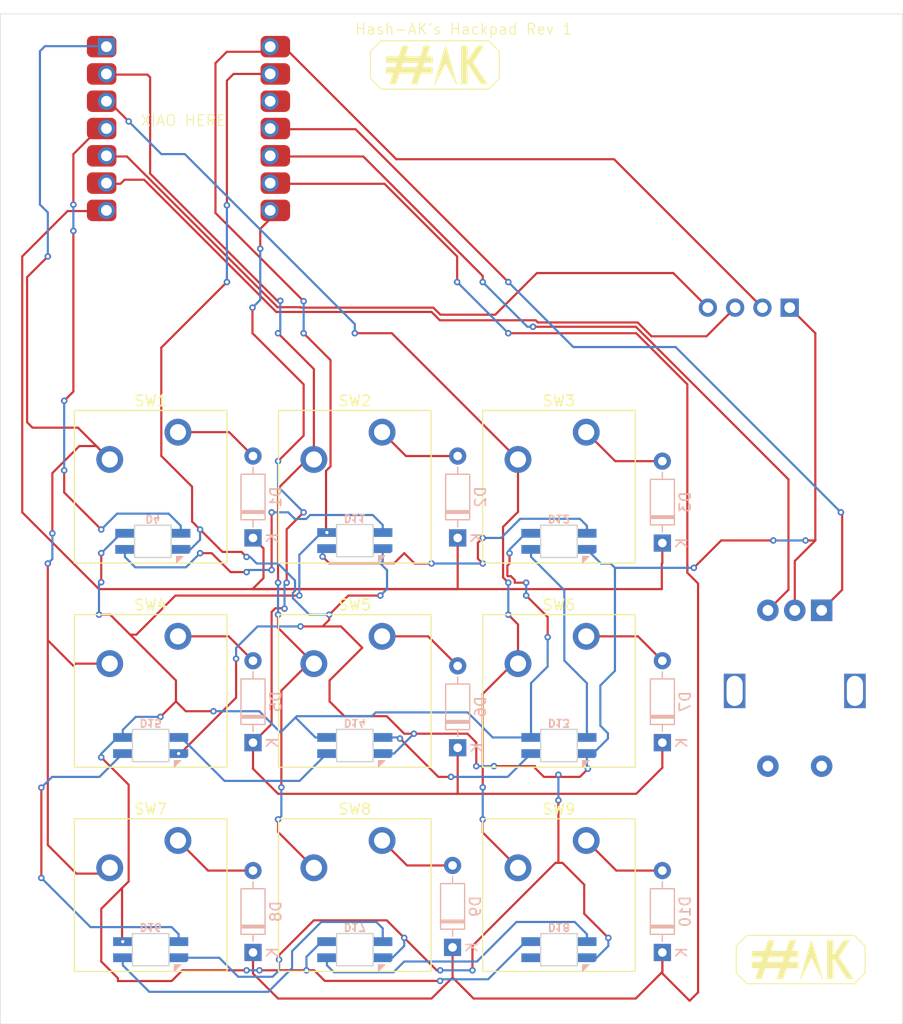
<source format=kicad_pcb>
(kicad_pcb (version 20241229) (generator "pcbnew") (generator_version "9.0")
  (layers (0 "F.Cu" signal) (2 "B.Cu" signal) (13 "F.Paste" user) (15 "B.Paste" user) (5 "F.SilkS" user "F.Silkscreen") (7 "B.SilkS" user "B.Silkscreen") (1 "F.Mask" user) (3 "B.Mask" user) (25 "Edge.Cuts" user))
  (net 0 "")
  (net 1 "GND")
  (net 2 "Row 0")
  (net 3 "Net-(D1-A)")
  (net 4 "Net-(D2-A)")
  (net 5 "Net-(D3-A)")
  (net 6 "Net-(D5-A)")
  (net 7 "Row 1")
  (net 8 "Net-(D6-A)")
  (net 9 "Net-(D7-A)")
  (net 10 "Row 2")
  (net 11 "Net-(D8-A)")
  (net 12 "Net-(D9-A)")
  (net 13 "Net-(D10-A)")
  (net 15 "SDA OLED")
  (net 16 "SCL OLED")
  (net 17 "Column 0")
  (net 18 "Column 1")
  (net 19 "Column 2")
  (net 20 "+5V")
  (net 21 "ENC11 A")
  (net 23 "ENC11 B")
  (net 25 "Net-(D11-DIN)")
  (net 26 "RGB")
  (net 27 "Net-(D11-DOUT)")
  (net 28 "Net-(D12-DOUT)")
  (net 29 "Net-(D13-DOUT)")
  (net 30 "Net-(D14-DOUT)")
  (net 31 "Net-(D15-DOUT)")
  (net 32 "Net-(D16-DOUT)")
  (net 33 "Net-(D17-DOUT)")
  (footprint "ScottoKeebs_MX:MX_PCB_1.00u" (layer "F.Cu") (at 49.06375 95.2375)
    (property "Reference" "SW2")
    (property "Value" "SW_Push")
  )
  (footprint "ScottoKeebs_MX:MX_PCB_1.00u" (layer "F.Cu") (at 30.06375 95.2375)
    (property "Reference" "SW1")
    (property "Value" "SW_Push")
  )
  (footprint "ScottoKeebs_MX:MX_PCB_1.00u" (layer "F.Cu") (at 68.06375 114.2375)
    (property "Reference" "SW6")
    (property "Value" "SW_Push")
  )
  (footprint "ScottoKeebs_MX:MX_PCB_1.00u" (layer "F.Cu") (at 30.06375 133.2375)
    (property "Reference" "SW7")
    (property "Value" "SW_Push")
  )
  (footprint "ScottoKeebs_MX:MX_PCB_1.00u" (layer "F.Cu") (at 49.06375 133.2375)
    (property "Reference" "SW8")
    (property "Value" "SW_Push")
  )
  (footprint "ScottoKeebs_MX:MX_PCB_1.00u" (layer "F.Cu") (at 30.06375 114.2375)
    (property "Reference" "SW4")
    (property "Value" "SW_Push")
  )
  (footprint "ScottoKeebs_MCU:Seeed_XIAO_RP2040" (layer "F.Cu") (at 33.565 61.9)
    (property "Reference" "U2" (hide yes))
    (property "Value" "XIAO-RP2040-DIP")
  )
  (footprint "ScottoKeebs_Components:OLED_128x64" (layer "F.Cu") (at 85.735 78.56875 180)
    (property "Reference" "J1" (hide yes))
    (property "Value" "OLED_128x64")
  )
  (footprint "ScottoKeebs_Scotto:Encoder_EC11_MX" (layer "F.Cu") (at 90.01375 114.2375 -90)
    (property "Reference" "SW10" (hide yes))
    (property "Value" "RotaryEncoder_Switch" (hide yes))
  )
  (footprint "ScottoKeebs_MX:MX_PCB_1.00u" (layer "F.Cu") (at 49.06375 114.2375)
    (property "Reference" "SW5")
    (property "Value" "SW_Push")
  )
  (footprint "ScottoKeebs_MX:MX_PCB_1.00u" (layer "F.Cu") (at 68.06375 133.2375)
    (property "Reference" "SW9")
    (property "Value" "SW_Push")
  )
  (footprint "ScottoKeebs_MX:MX_PCB_1.00u" (layer "F.Cu") (at 68.06375 95.2375)
    (property "Reference" "SW3")
    (property "Value" "SW_Push")
  )
  (footprint "PCB-third_party_neopixel:SK6812MINI-E" (layer "B.Cu") (at 49.06375 138.3175)
    (property "Reference" "D17")
    (property "Value" "SK6812MINI" (hide yes))
    (fp_line (start -1.7 -1.5) (end -1.7 1.5) (stroke (width 0.12)) (layer "Edge.Cuts"))
    (fp_line (start -1.7 1.5) (end 1.7 1.5) (stroke (width 0.12)) (layer "Edge.Cuts"))
    (fp_line (start 1.7 -1.5) (end -1.7 -1.5) (stroke (width 0.12)) (layer "Edge.Cuts"))
    (fp_line (start 1.7 1.5) (end 1.7 -1.5) (stroke (width 0.12)) (layer "Edge.Cuts"))
  )
  (footprint "PCB-third_party_neopixel:SK6812MINI-E" (layer "B.Cu") (at 30.26375 100.3175)
    (property "Reference" "D4")
    (property "Value" "SK6812MINI" (hide yes))
    (fp_line (start -1.7 -1.5) (end -1.7 1.5) (stroke (width 0.12)) (layer "Edge.Cuts"))
    (fp_line (start -1.7 1.5) (end 1.7 1.5) (stroke (width 0.12)) (layer "Edge.Cuts"))
    (fp_line (start 1.7 -1.5) (end -1.7 -1.5) (stroke (width 0.12)) (layer "Edge.Cuts"))
    (fp_line (start 1.7 1.5) (end 1.7 -1.5) (stroke (width 0.12)) (layer "Edge.Cuts"))
  )
  (footprint "PCB-third_party_neopixel:SK6812MINI-E" (layer "B.Cu") (at 68.06375 119.3175)
    (property "Reference" "D13")
    (property "Value" "SK6812MINI" (hide yes))
    (fp_line (start -1.7 -1.5) (end -1.7 1.5) (stroke (width 0.12)) (layer "Edge.Cuts"))
    (fp_line (start -1.7 1.5) (end 1.7 1.5) (stroke (width 0.12)) (layer "Edge.Cuts"))
    (fp_line (start 1.7 -1.5) (end -1.7 -1.5) (stroke (width 0.12)) (layer "Edge.Cuts"))
    (fp_line (start 1.7 1.5) (end 1.7 -1.5) (stroke (width 0.12)) (layer "Edge.Cuts"))
  )
  (footprint "PCB-third_party_neopixel:SK6812MINI-E" (layer "B.Cu") (at 30.06375 138.3175)
    (property "Reference" "D16")
    (property "Value" "SK6812MINI" (hide yes))
    (fp_line (start -1.7 -1.5) (end -1.7 1.5) (stroke (width 0.12)) (layer "Edge.Cuts"))
    (fp_line (start -1.7 1.5) (end 1.7 1.5) (stroke (width 0.12)) (layer "Edge.Cuts"))
    (fp_line (start 1.7 -1.5) (end -1.7 -1.5) (stroke (width 0.12)) (layer "Edge.Cuts"))
    (fp_line (start 1.7 1.5) (end 1.7 -1.5) (stroke (width 0.12)) (layer "Edge.Cuts"))
  )
  (footprint "Diode_THT:D_DO-35_SOD27_P7.62mm_Horizontal" (layer "B.Cu") (at 77.68875 138.57625 90)
    (property "Reference" "D10")
    (property "Value" "1N4148")
  )
  (footprint "Diode_THT:D_DO-35_SOD27_P7.62mm_Horizontal" (layer "B.Cu") (at 58.63875 100 90)
    (property "Reference" "D2")
    (property "Value" "1N4148")
  )
  (footprint "PCB-third_party_neopixel:SK6812MINI-E" (layer "B.Cu") (at 30.06375 119.3175)
    (property "Reference" "D15")
    (property "Value" "SK6812MINI" (hide yes))
    (fp_line (start -1.7 -1.5) (end -1.7 1.5) (stroke (width 0.12)) (layer "Edge.Cuts"))
    (fp_line (start -1.7 1.5) (end 1.7 1.5) (stroke (width 0.12)) (layer "Edge.Cuts"))
    (fp_line (start 1.7 -1.5) (end -1.7 -1.5) (stroke (width 0.12)) (layer "Edge.Cuts"))
    (fp_line (start 1.7 1.5) (end 1.7 -1.5) (stroke (width 0.12)) (layer "Edge.Cuts"))
  )
  (footprint "PCB-third_party_neopixel:SK6812MINI-E" (layer "B.Cu") (at 49.06375 119.3175)
    (property "Reference" "D14")
    (property "Value" "SK6812MINI" (hide yes))
    (fp_line (start -1.7 -1.5) (end -1.7 1.5) (stroke (width 0.12)) (layer "Edge.Cuts"))
    (fp_line (start -1.7 1.5) (end 1.7 1.5) (stroke (width 0.12)) (layer "Edge.Cuts"))
    (fp_line (start 1.7 -1.5) (end -1.7 -1.5) (stroke (width 0.12)) (layer "Edge.Cuts"))
    (fp_line (start 1.7 1.5) (end 1.7 -1.5) (stroke (width 0.12)) (layer "Edge.Cuts"))
  )
  (footprint "PCB-third_party_neopixel:SK6812MINI-E" (layer "B.Cu") (at 68.06375 138.3175)
    (property "Reference" "D18")
    (property "Value" "SK6812MINI" (hide yes))
    (fp_line (start -1.7 -1.5) (end -1.7 1.5) (stroke (width 0.12)) (layer "Edge.Cuts"))
    (fp_line (start -1.7 1.5) (end 1.7 1.5) (stroke (width 0.12)) (layer "Edge.Cuts"))
    (fp_line (start 1.7 -1.5) (end -1.7 -1.5) (stroke (width 0.12)) (layer "Edge.Cuts"))
    (fp_line (start 1.7 1.5) (end 1.7 -1.5) (stroke (width 0.12)) (layer "Edge.Cuts"))
  )
  (footprint "Diode_THT:D_DO-35_SOD27_P7.62mm_Horizontal" (layer "B.Cu") (at 58.1625 138.1 90)
    (property "Reference" "D9")
    (property "Value" "1N4148")
  )
  (footprint "PCB-third_party_neopixel:SK6812MINI-E" (layer "B.Cu") (at 49.06375 100.2475)
    (property "Reference" "D11")
    (property "Value" "SK6812MINI" (hide yes))
    (fp_line (start -1.7 -1.5) (end -1.7 1.5) (stroke (width 0.12)) (layer "Edge.Cuts"))
    (fp_line (start -1.7 1.5) (end 1.7 1.5) (stroke (width 0.12)) (layer "Edge.Cuts"))
    (fp_line (start 1.7 -1.5) (end -1.7 -1.5) (stroke (width 0.12)) (layer "Edge.Cuts"))
    (fp_line (start 1.7 1.5) (end 1.7 -1.5) (stroke (width 0.12)) (layer "Edge.Cuts"))
  )
  (footprint "Diode_THT:D_DO-35_SOD27_P7.62mm_Horizontal" (layer "B.Cu") (at 58.63875 119.52625 90)
    (property "Reference" "D6")
    (property "Value" "1N4148")
  )
  (footprint "Diode_THT:D_DO-35_SOD27_P7.62mm_Horizontal" (layer "B.Cu") (at 39.58875 119.05 90)
    (property "Reference" "D5")
    (property "Value" "1N4148")
  )
  (footprint "Diode_THT:D_DO-35_SOD27_P7.62mm_Horizontal" (layer "B.Cu") (at 77.68875 119.05 90)
    (property "Reference" "D7")
    (property "Value" "1N4148")
  )
  (footprint "Diode_THT:D_DO-35_SOD27_P7.62mm_Horizontal" (layer "B.Cu") (at 77.68875 100.47625 90)
    (property "Reference" "D3")
    (property "Value" "1N4148")
  )
  (footprint "Diode_THT:D_DO-35_SOD27_P7.62mm_Horizontal" (layer "B.Cu") (at 39.58875 100 90)
    (property "Reference" "D1")
    (property "Value" "1N4148")
  )
  (footprint "PCB-third_party_neopixel:SK6812MINI-E" (layer "B.Cu") (at 68.06375 100.3175)
    (property "Reference" "D12")
    (property "Value" "SK6812MINI" (hide yes))
    (fp_line (start -1.7 -1.5) (end -1.7 1.5) (stroke (width 0.12)) (layer "Edge.Cuts"))
    (fp_line (start -1.7 1.5) (end 1.7 1.5) (stroke (width 0.12)) (layer "Edge.Cuts"))
    (fp_line (start 1.7 -1.5) (end -1.7 -1.5) (stroke (width 0.12)) (layer "Edge.Cuts"))
    (fp_line (start 1.7 1.5) (end 1.7 -1.5) (stroke (width 0.12)) (layer "Edge.Cuts"))
  )
  (footprint "Diode_THT:D_DO-35_SOD27_P7.62mm_Horizontal" (layer "B.Cu") (at 39.58875 138.57625 90)
    (property "Reference" "D8")
    (property "Value" "1N4148")
  )
  (gr_poly (pts (xy 90.31375 139.4875) (xy 90.31375 139.9875) (xy 86.06375 139.9875) (xy 86.06375 139.4875)) (stroke (width 0.1)) (fill yes) (layer "F.SilkS"))
  (gr_poly (pts (xy 86.897083 140.9875) (xy 88.06375 137.4875) (xy 87.56375 137.4875) (xy 86.397083 140.9875)) (stroke (width 0.1)) (fill yes) (layer "F.SilkS"))
  (gr_line (start 61.51375 53.7375) (end 62.51375 54.7375) (stroke (width 0.1)) (layer "F.SilkS"))
  (gr_poly (pts (xy 52.847083 57.7375) (xy 54.01375 54.2375) (xy 53.51375 54.2375) (xy 52.347083 57.7375)) (stroke (width 0.1)) (fill yes) (layer "F.SilkS"))
  (gr_line (start 51.51375 53.7375) (end 61.51375 53.7375) (stroke (width 0.1)) (layer "F.SilkS"))
  (gr_line (start 84.56375 137.9875) (end 85.56375 136.9875) (stroke (width 0.1)) (layer "F.SilkS"))
  (gr_poly (pts (xy 90.56375 140.9875) (xy 91.56375 138.9875) (xy 92.56375 140.9875) (xy 91.56375 137.4875)) (stroke (width 0.1)) (fill yes) (layer "F.SilkS"))
  (gr_line (start 61.51375 58.2375) (end 51.51375 58.2375) (stroke (width 0.1)) (layer "F.SilkS"))
  (gr_poly (pts (xy 59.51375 55.7375) (xy 60.51375 54.2375) (xy 61.01375 54.2375) (xy 60.01375 55.7375) (xy 61.347083 57.7375) (xy 60.847083 57.7375)) (stroke (width 0.1)) (fill yes) (layer "F.SilkS"))
  (gr_line (start 50.51375 54.7375) (end 51.51375 53.7375) (stroke (width 0.1)) (layer "F.SilkS"))
  (gr_poly (pts (xy 93.06375 137.4875) (xy 93.06375 140.9875) (xy 93.56375 140.9875) (xy 93.56375 137.4875)) (stroke (width 0.1)) (fill yes) (layer "F.SilkS"))
  (gr_line (start 50.51375 57.2375) (end 50.51375 54.7375) (stroke (width 0.1)) (layer "F.SilkS"))
  (gr_line (start 84.56375 140.4875) (end 84.56375 137.9875) (stroke (width 0.1)) (layer "F.SilkS"))
  (gr_poly (pts (xy 59.01375 54.2375) (xy 59.01375 57.7375) (xy 59.51375 57.7375) (xy 59.51375 54.2375)) (stroke (width 0.1)) (fill yes) (layer "F.SilkS"))
  (gr_line (start 62.51375 57.2375) (end 61.51375 58.2375) (stroke (width 0.1)) (layer "F.SilkS"))
  (gr_poly (pts (xy 54.847083 57.7375) (xy 56.01375 54.2375) (xy 55.51375 54.2375) (xy 54.347083 57.7375)) (stroke (width 0.1)) (fill yes) (layer "F.SilkS"))
  (gr_line (start 96.56375 140.4875) (end 95.56375 141.4875) (stroke (width 0.1)) (layer "F.SilkS"))
  (gr_line (start 62.51375 54.7375) (end 62.51375 57.2375) (stroke (width 0.1)) (layer "F.SilkS"))
  (gr_line (start 85.56375 136.9875) (end 95.56375 136.9875) (stroke (width 0.1)) (layer "F.SilkS"))
  (gr_poly (pts (xy 86.06375 138.4875) (xy 90.31375 138.4875) (xy 90.31375 138.9875) (xy 86.06375 138.9875)) (stroke (width 0.1)) (fill yes) (layer "F.SilkS"))
  (gr_poly (pts (xy 56.26375 56.2375) (xy 56.26375 56.7375) (xy 52.01375 56.7375) (xy 52.01375 56.2375)) (stroke (width 0.1)) (fill yes) (layer "F.SilkS"))
  (gr_line (start 95.56375 136.9875) (end 96.56375 137.9875) (stroke (width 0.1)) (layer "F.SilkS"))
  (gr_poly (pts (xy 56.51375 57.7375) (xy 57.51375 55.7375) (xy 58.51375 57.7375) (xy 57.51375 54.2375)) (stroke (width 0.1)) (fill yes) (layer "F.SilkS"))
  (gr_poly (pts (xy 93.56375 138.9875) (xy 94.56375 137.4875) (xy 95.06375 137.4875) (xy 94.06375 138.9875) (xy 95.397083 140.9875) (xy 94.897083 140.9875)) (stroke (width 0.1)) (fill yes) (layer "F.SilkS"))
  (gr_poly (pts (xy 88.897083 140.9875) (xy 90.06375 137.4875) (xy 89.56375 137.4875) (xy 88.397083 140.9875)) (stroke (width 0.1)) (fill yes) (layer "F.SilkS"))
  (gr_line (start 51.51375 58.2375) (end 50.51375 57.2375) (stroke (width 0.1)) (layer "F.SilkS"))
  (gr_line (start 95.56375 141.4875) (end 85.56375 141.4875) (stroke (width 0.1)) (layer "F.SilkS"))
  (gr_poly (pts (xy 52.01375 55.2375) (xy 56.26375 55.2375) (xy 56.26375 55.7375) (xy 52.01375 55.7375)) (stroke (width 0.1)) (fill yes) (layer "F.SilkS"))
  (gr_line (start 96.56375 137.9875) (end 96.56375 140.4875) (stroke (width 0.1)) (layer "F.SilkS"))
  (gr_line (start 85.56375 141.4875) (end 84.56375 140.4875) (stroke (width 0.1)) (layer "F.SilkS"))
  (gr_rect (start 16.06375 51.2375) (end 100.06375 145.2375) (stroke (width 0.05)) (fill no) (layer "Edge.Cuts"))
  (gr_text "XIAO HERE" (at 29.06375 61.7375 0) (layer "F.SilkS") (effects (font (size 1 1) (thickness 0.1)) (justify left bottom)))
  (gr_text "Hash-AK's Hackpad Rev 1" (at 49.01375 53.2375 0) (layer "F.SilkS") (effects (font (size 1 1) (thickness 0.1)) (justify left bottom)))
  (segment (start 38.520001 101.300002) (end 36.746252 101.300002) (width 0.2) (layer "F.Cu") (net 1))
  (segment (start 31.05275 92.3725) (end 33.91775 95.2375) (width 0.2) (layer "F.Cu") (net 1))
  (segment (start 70.41475 133.2375) (end 70.41475 132.263684) (width 0.2) (layer "F.Cu") (net 1))
  (segment (start 65.838976 121.412274) (end 66.664202 122.2375) (width 0.2) (layer "F.Cu") (net 1))
  (segment (start 46.6825 108.2375) (end 47.77625 108.2375) (width 0.2) (layer "F.Cu") (net 1))
  (segment (start 32.81375 120.0675) (end 32.66375 120.0675) (width 0.2) (layer "F.Cu") (net 1))
  (segment (start 47.77625 108.2375) (end 49.757592 110.218842) (width 0.2) (layer "F.Cu") (net 1))
  (segment (start 45.242807 135.5885) (end 52.03475 135.5885) (width 0.2) (layer "F.Cu") (net 1))
  (segment (start 70.41475 132.263684) (end 68.388566 130.2375) (width 0.2) (layer "F.Cu") (net 1))
  (segment (start 68.01375 130.2375) (end 67.738934 130.2375) (width 0.2) (layer "F.Cu") (net 1))
  (segment (start 59.549 118.2175) (end 60.37 119.0385) (width 0.2) (layer "F.Cu") (net 1))
  (segment (start 83.16475 100.2375) (end 80.62 102.78225) (width 0.2) (layer "F.Cu") (net 1))
  (segment (start 53.66375 118.2175) (end 54.56375 118.2175) (width 0.2) (layer "F.Cu") (net 1))
  (segment (start 70.41475 134.9685) (end 70.41475 133.2375) (width 0.2) (layer "F.Cu") (net 1))
  (segment (start 72.66375 137.2175) (end 70.41475 134.9685) (width 0.2) (layer "F.Cu") (net 1))
  (segment (start 57.01375 140.2375) (end 56.68375 140.2375) (width 0.2) (layer "F.Cu") (net 1))
  (segment (start 42.01375 139.2375) (end 42.01375 138.817557) (width 0.2) (layer "F.Cu") (net 1))
  (segment (start 68.01375 130.2375) (end 68.01375 124.4125) (width 0.2) (layer "F.Cu") (net 1))
  (segment (start 54.56375 118.2175) (end 59.549 118.2175) (width 0.2) (layer "F.Cu") (net 1))
  (segment (start 90.01375 102.15) (end 91.92625 100.2375) (width 0.2) (layer "F.Cu") (net 1))
  (segment (start 38.01375 114.8675) (end 38.01375 111.2375) (width 0.2) (layer "F.Cu") (net 1))
  (segment (start 37.1575 57.44375) (end 37.78125 56.82) (width 0.2) (layer "F.Cu") (net 1))
  (segment (start 38.98875 101.768751) (end 38.520001 101.300002) (width 0.2) (layer "F.Cu") (net 1))
  (segment (start 48.46375 105.3625) (end 51.445 105.3625) (width 0.2) (layer "F.Cu") (net 1))
  (segment (start 33.91775 95.2375) (end 33.91775 98.4715) (width 0.2) (layer "F.Cu") (net 1))
  (segment (start 37.1575 69.04375) (end 37.1575 57.44375) (width 0.2) (layer "F.Cu") (net 1))
  (segment (start 46.6825 107.14375) (end 48.46375 105.3625) (width 0.2) (layer "F.Cu") (net 1))
  (segment (start 48.089934 116.5885) (end 52.03475 116.5885) (width 0.2) (layer "F.Cu") (net 1))
  (segment (start 88.01375 100.2375) (end 83.16475 100.2375) (width 0.2) (layer "F.Cu") (net 1))
  (segment (start 52.03475 135.5885) (end 53.66375 137.2175) (width 0.2) (layer "F.Cu") (net 1))
  (segment (start 91.92625 100.2375) (end 91.01375 100.2375) (width 0.2) (layer "F.Cu") (net 1))
  (segment (start 60.01375 137.962684) (end 60.01375 140.2375) (width 0.2) (layer "F.Cu") (net 1))
  (segment (start 62.01375 121.2375) (end 65.838976 121.2375) (width 0.2) (layer "F.Cu") (net 1))
  (segment (start 37.78125 56.82) (end 41.185 56.82) (width 0.2) (layer "F.Cu") (net 1))
  (segment (start 36.746252 101.300002) (end 34.66375 99.2175) (width 0.2) (layer "F.Cu") (net 1))
  (segment (start 52.03475 116.5885) (end 53.66375 118.2175) (width 0.2) (layer "F.Cu") (net 1))
  (segment (start 31.05275 82.29225) (end 31.05275 92.3725) (width 0.2) (layer "F.Cu") (net 1))
  (segment (start 44.01375 108.2375) (end 46.6825 108.2375) (width 0.2) (layer "F.Cu") (net 1))
  (segment (start 46.6825 107.61875) (end 46.06375 108.2375) (width 0.2) (layer "F.Cu") (net 1))
  (segment (start 38.01375 114.8675) (end 32.81375 120.0675) (width 0.2) (layer "F.Cu") (net 1))
  (segment (start 66.664202 122.2375) (end 70.01375 122.2375) (width 0.2) (layer "F.Cu") (net 1))
  (segment (start 68.388566 130.2375) (end 68.01375 130.2375) (width 0.2) (layer "F.Cu") (net 1))
  (segment (start 91.92625 100.2375) (end 91.92625 80.95) (width 0.2) (layer "F.Cu") (net 1))
  (segment (start 60.37 119.0385) (end 60.37 121.2375) (width 0.2) (layer "F.Cu") (net 1))
  (segment (start 65.838976 121.2375) (end 65.838976 121.412274) (width 0.2) (layer "F.Cu") (net 1))
  (segment (start 33.91775 98.4715) (end 34.66375 99.2175) (width 0.2) (layer "F.Cu") (net 1))
  (segment (start 46.71275 113.263684) (end 46.71275 115.211316) (width 0.2) (layer "F.Cu") (net 1))
  (segment (start 49.757592 110.218842) (end 46.71275 113.263684) (width 0.2) (layer "F.Cu") (net 1))
  (segment (start 70.01375 122.2375) (end 70.76375 121.4875) (width 0.2) (layer "F.Cu") (net 1))
  (segment (start 37.1575 76.1875) (end 31.05275 82.29225) (width 0.2) (layer "F.Cu") (net 1))
  (segment (start 42.01375 138.817557) (end 45.242807 135.5885) (width 0.2) (layer "F.Cu") (net 1))
  (segment (start 91.92625 80.95) (end 89.545 78.56875) (width 0.2) (layer "F.Cu") (net 1))
  (segment (start 46.6825 107.14375) (end 46.6825 107.61875) (width 0.2) (layer "F.Cu") (net 1))
  (segment (start 46.71275 115.211316) (end 48.089934 116.5885) (width 0.2) (layer "F.Cu") (net 1))
  (segment (start 56.68375 140.2375) (end 53.66375 137.2175) (width 0.2) (layer "F.Cu") (net 1))
  (segment (start 67.738934 130.2375) (end 60.01375 137.962684) (width 0.2) (layer "F.Cu") (net 1))
  (segment (start 90.01375 106.7375) (end 90.01375 102.15) (width 0.2) (layer "F.Cu") (net 1))
  (via (at 46.6825 107.14375) (size 0.6) (drill 0.3) (layers "F.Cu" "B.Cu") (net 1))
  (via (at 72.66375 137.2175) (size 0.6) (drill 0.3) (layers "F.Cu" "B.Cu") (net 1))
  (via (at 51.445 105.3625) (size 0.6) (drill 0.3) (layers "F.Cu" "B.Cu") (net 1))
  (via (at 91.01375 100.2375) (size 0.6) (drill 0.3) (layers "F.Cu" "B.Cu") (net 1))
  (via (at 88.01375 100.2375) (size 0.6) (drill 0.3) (layers "F.Cu" "B.Cu") (net 1))
  (via (at 42.01375 139.2375) (size 0.6) (drill 0.3) (layers "F.Cu" "B.Cu") (net 1))
  (via (at 60.01375 140.2375) (size 0.6) (drill 0.3) (layers "F.Cu" "B.Cu") (net 1))
  (via (at 37.1575 76.1875) (size 0.6) (drill 0.3) (layers "F.Cu" "B.Cu") (net 1))
  (via (at 68.01375 124.4125) (size 0.6) (drill 0.3) (layers "F.Cu" "B.Cu") (net 1))
  (via (at 38.01375 111.2375) (size 0.6) (drill 0.3) (layers "F.Cu" "B.Cu") (net 1))
  (via (at 34.66375 99.2175) (size 0.6) (drill 0.3) (layers "F.Cu" "B.Cu") (net 1))
  (via (at 38.98875 101.768751) (size 0.6) (drill 0.3) (layers "F.Cu" "B.Cu") (net 1))
  (via (at 68.01375 122.0385) (size 0.6) (drill 0.3) (layers "F.Cu" "B.Cu") (net 1))
  (via (at 57.01375 140.2375) (size 0.6) (drill 0.3) (layers "F.Cu" "B.Cu") (net 1))
  (via (at 53.66375 137.2175) (size 0.6) (drill 0.3) (layers "F.Cu" "B.Cu") (net 1))
  (via (at 70.754485 121.478235) (size 0.6) (drill 0.3) (layers "F.Cu" "B.Cu") (net 1))
  (via (at 54.56375 118.2175) (size 0.6) (drill 0.3) (layers "F.Cu" "B.Cu") (net 1))
  (via (at 80.62 102.78225) (size 0.6) (drill 0.3) (layers "F.Cu" "B.Cu") (net 1))
  (via (at 32.66375 120.0675) (size 0.6) (drill 0.3) (layers "F.Cu" "B.Cu") (net 1))
  (via (at 37.1575 69.04375) (size 0.6) (drill 0.3) (layers "F.Cu" "B.Cu") (net 1))
  (via (at 60.37 121.2375) (size 0.6) (drill 0.3) (layers "F.Cu" "B.Cu") (net 1))
  (via (at 62.01375 121.2375) (size 0.6) (drill 0.3) (layers "F.Cu" "B.Cu") (net 1))
  (via (at 44.01375 108.2375) (size 0.6) (drill 0.3) (layers "F.Cu" "B.Cu") (net 1))
  (segment (start 43.49925 104.913557) (end 43.29925 105.113557) (width 0.2) (layer "B.Cu") (net 1))
  (segment (start 71.91775 117.4715) (end 72.62375 118.1775) (width 0.2) (layer "B.Cu") (net 1))
  (segment (start 38.21475 140.8385) (end 41.41275 140.8385) (width 0.2) (layer "B.Cu") (net 1))
  (segment (start 71.23375 120.0675) (end 70.66375 120.0675) (width 0.2) (layer "B.Cu") (net 1))
  (segment (start 41.41275 140.8385) (end 42.01375 140.2375) (width 0.2) (layer "B.Cu") (net 1))
  (segment (start 39.317938 101.768751) (end 39.930437 102.38125) (width 0.2) (layer "B.Cu") (net 1))
  (segment (start 71.56375 139.0675) (end 72.66375 137.9675) (width 0.2) (layer "B.Cu") (net 1))
  (segment (start 73.27725 112.370174) (end 71.91775 113.729674) (width 0.2) (layer "B.Cu") (net 1))
  (segment (start 73.27725 102.78225) (end 73.27725 112.370174) (width 0.2) (layer "B.Cu") (net 1))
  (segment (start 72.62375 118.1775) (end 72.62375 118.6775) (width 0.2) (layer "B.Cu") (net 1))
  (segment (start 51.66375 102.1625) (end 51.445 102.38125) (width 0.2) (layer "B.Cu") (net 1))
  (segment (start 38.01375 111.2375) (end 38.01375 110.2375) (width 0.2) (layer "B.Cu") (net 1))
  (segment (start 51.445 105.3625) (end 52.06375 104.74375) (width 0.2) (layer "B.Cu") (net 1))
  (segment (start 73.27725 102.78225) (end 72.87625 102.38125) (width 0.2) (layer "B.Cu") (net 1))
  (segment (start 32.86375 101.0675) (end 33.76375 101.0675) (width 0.2) (layer "B.Cu") (net 1))
  (segment (start 51.66375 100.9975) (end 51.66375 102.1625) (width 0.2) (layer "B.Cu") (net 1))
  (segment (start 33.76375 101.0675) (end 34.66375 100.1675) (width 0.2) (layer "B.Cu") (net 1))
  (segment (start 41.92 102.38125) (end 43.49925 103.9605) (width 0.2) (layer "B.Cu") (net 1))
  (segment (start 60.01375 140.2375) (end 57.01375 140.2375) (width 0.2) (layer "B.Cu") (net 1))
  (segment (start 60.37 121.2375) (end 62.01375 121.2375) (width 0.2) (layer "B.Cu") (net 1))
  (segment (start 51.66375 120.0675) (end 52.71375 120.0675) (width 0.2) (layer "B.Cu") (net 1))
  (segment (start 52.06375 103) (end 51.445 102.38125) (width 0.2) (layer "B.Cu") (net 1))
  (segment (start 53.66375 137.9675) (end 53.66375 137.2175) (width 0.2) (layer "B.Cu") (net 1))
  (segment (start 52.56375 139.0675) (end 53.66375 137.9675) (width 0.2) (layer "B.Cu") (net 1))
  (segment (start 40.01375 108.2375) (end 44.01375 108.2375) (width 0.2) (layer "B.Cu") (net 1))
  (segment (start 43.29925 105.611443) (end 44.831557 107.14375) (width 0.2) (layer "B.Cu") (net 1))
  (segment (start 72.62375 118.6775) (end 71.23375 120.0675) (width 0.2) (layer "B.Cu") (net 1))
  (segment (start 43.29925 105.113557) (end 43.29925 105.611443) (width 0.2) (layer "B.Cu") (net 1))
  (segment (start 91.01375 100.2375) (end 88.01375 100.2375) (width 0.2) (layer "B.Cu") (net 1))
  (segment (start 38.01375 110.2375) (end 40.01375 108.2375) (width 0.2) (layer "B.Cu") (net 1))
  (segment (start 44.831557 107.14375) (end 46.6825 107.14375) (width 0.2) (layer "B.Cu") (net 1))
  (segment (start 32.66375 139.0675) (end 36.44375 139.0675) (width 0.2) (layer "B.Cu") (net 1))
  (segment (start 70.66375 120.0675) (end 70.66375 121.3875) (width 0.2) (layer "B.Cu") (net 1))
  (segment (start 72.87625 102.38125) (end 71.9775 102.38125) (width 0.2) (layer "B.Cu") (net 1))
  (segment (start 43.49925 103.9605) (end 43.49925 104.913557) (width 0.2) (layer "B.Cu") (net 1))
  (segment (start 37.1575 69.04375) (end 37.1575 76.1875) (width 0.2) (layer "B.Cu") (net 1))
  (segment (start 68.01375 124.4125) (end 68.01375 122.0385) (width 0.2) (layer "B.Cu") (net 1))
  (segment (start 42.01375 140.2375) (end 42.01375 139.2375) (width 0.2) (layer "B.Cu") (net 1))
  (segment (start 52.06375 104.74375) (end 52.06375 103) (width 0.2) (layer "B.Cu") (net 1))
  (segment (start 38.98875 101.768751) (end 39.317938 101.768751) (width 0.2) (layer "B.Cu") (net 1))
  (segment (start 70.66375 139.0675) (end 71.56375 139.0675) (width 0.2) (layer "B.Cu") (net 1))
  (segment (start 36.44375 139.0675) (end 38.21475 140.8385) (width 0.2) (layer "B.Cu") (net 1))
  (segment (start 71.9775 102.38125) (end 70.66375 101.0675) (width 0.2) (layer "B.Cu") (net 1))
  (segment (start 39.930437 102.38125) (end 41.92 102.38125) (width 0.2) (layer "B.Cu") (net 1))
  (segment (start 72.66375 137.9675) (end 72.66375 137.2175) (width 0.2) (layer "B.Cu") (net 1))
  (segment (start 80.62 102.78225) (end 73.27725 102.78225) (width 0.2) (layer "B.Cu") (net 1))
  (segment (start 34.66375 100.1675) (end 34.66375 99.2175) (width 0.2) (layer "B.Cu") (net 1))
  (segment (start 52.71375 120.0675) (end 54.56375 118.2175) (width 0.2) (layer "B.Cu") (net 1))
  (segment (start 71.91775 113.729674) (end 71.91775 117.4715) (width 0.2) (layer "B.Cu") (net 1))
  (segment (start 51.66375 139.0675) (end 52.56375 139.0675) (width 0.2) (layer "B.Cu") (net 1))
  (segment (start 70.66375 121.3875) (end 70.754485 121.478235) (width 0.2) (layer "B.Cu") (net 1))
  (segment (start 77.63875 104.7625) (end 77.63875 102.38125) (width 0.2) (layer "F.Cu") (net 2))
  (segment (start 22.33125 69.5825) (end 18.1075 73.80625) (width 0.2) (layer "F.Cu") (net 2))
  (segment (start 58.58875 104.7625) (end 39.53875 104.7625) (width 0.2) (layer "F.Cu") (net 2))
  (segment (start 58.63875 100) (end 58.63875 104.7125) (width 0.2) (layer "F.Cu") (net 2))
  (segment (start 39.53875 104.7625) (end 77.63875 104.7625) (width 0.2) (layer "F.Cu") (net 2))
  (segment (start 25.845 69.5825) (end 22.33125 69.5825) (width 0.2) (layer "F.Cu") (net 2))
  (segment (start 77.63875 102.38125) (end 77.68875 102.33125) (width 0.2) (layer "F.Cu") (net 2))
  (segment (start 18.1075 97.61875) (end 25.25125 104.7625) (width 0.2) (layer "F.Cu") (net 2))
  (segment (start 77.68875 102.33125) (end 77.68875 100.47625) (width 0.2) (layer "F.Cu") (net 2))
  (segment (start 39.58875 100) (end 40.56375 100.975) (width 0.2) (layer "F.Cu") (net 2))
  (segment (start 40.56375 103.7375) (end 39.53875 104.7625) (width 0.2) (layer "F.Cu") (net 2))
  (segment (start 25.25125 104.7625) (end 39.53875 104.7625) (width 0.2) (layer "F.Cu") (net 2))
  (segment (start 40.56375 100.975) (end 40.56375 103.7375) (width 0.2) (layer "F.Cu") (net 2))
  (segment (start 18.1075 73.80625) (end 18.1075 97.61875) (width 0.2) (layer "F.Cu") (net 2))
  (segment (start 58.63875 104.7125) (end 58.58875 104.7625) (width 0.2) (layer "F.Cu") (net 2))
  (segment (start 37.36625 90.1575) (end 39.58875 92.38) (width 0.2) (layer "F.Cu") (net 3))
  (segment (start 32.60375 90.1575) (end 37.36625 90.1575) (width 0.2) (layer "F.Cu") (net 3))
  (segment (start 51.60375 90.1575) (end 53.82625 92.38) (width 0.2) (layer "F.Cu") (net 4))
  (segment (start 53.82625 92.38) (end 58.63875 92.38) (width 0.2) (layer "F.Cu") (net 4))
  (segment (start 73.3025 92.85625) (end 77.68875 92.85625) (width 0.2) (layer "F.Cu") (net 5))
  (segment (start 70.60375 90.1575) (end 73.3025 92.85625) (width 0.2) (layer "F.Cu") (net 5))
  (segment (start 37.31625 109.1575) (end 39.58875 111.43) (width 0.2) (layer "F.Cu") (net 6))
  (segment (start 32.60375 109.1575) (end 37.31625 109.1575) (width 0.2) (layer "F.Cu") (net 6))
  (segment (start 41.671057 106.54275) (end 41.319 106.894807) (width 0.2) (layer "F.Cu") (net 7))
  (segment (start 42.52 106.578063) (end 42.484687 106.54275) (width 0.2) (layer "F.Cu") (net 7))
  (segment (start 58.63875 123.7625) (end 58.68875 123.8125) (width 0.2) (layer "F.Cu") (net 7))
  (segment (start 75.2575 123.8125) (end 77.68875 121.38125) (width 0.2) (layer "F.Cu") (net 7))
  (segment (start 39.53875 80.95) (end 44.30125 85.7125) (width 0.2) (layer "F.Cu") (net 7))
  (segment (start 58.58875 123.8125) (end 58.63875 123.7625) (width 0.2) (layer "F.Cu") (net 7))
  (segment (start 44.30125 97.61875) (end 42.720003 99.199997) (width 0.2) (layer "F.Cu") (net 7))
  (segment (start 77.68875 121.38125) (end 77.68875 119.05) (width 0.2) (layer "F.Cu") (net 7))
  (segment (start 44.30125 90.475) (end 41.92 92.85625) (width 0.2) (layer "F.Cu") (net 7))
  (segment (start 58.68875 123.8125) (end 75.2575 123.8125) (width 0.2) (layer "F.Cu") (net 7))
  (segment (start 41.92 69.5825) (end 40.263015 71.239485) (width 0.2) (layer "F.Cu") (net 7))
  (segment (start 40.263015 71.239485) (end 40.263015 73.081985) (width 0.2) (layer "F.Cu") (net 7))
  (segment (start 39.53875 78.56875) (end 39.53875 80.95) (width 0.2) (layer "F.Cu") (net 7))
  (segment (start 42.484687 106.54275) (end 41.671057 106.54275) (width 0.2) (layer "F.Cu") (net 7))
  (segment (start 58.63875 123.7625) (end 58.63875 119.52625) (width 0.2) (layer "F.Cu") (net 7))
  (segment (start 41.319 106.894807) (end 41.319 117.31975) (width 0.2) (layer "F.Cu") (net 7))
  (segment (start 44.30125 85.7125) (end 44.30125 90.475) (width 0.2) (layer "F.Cu") (net 7))
  (segment (start 39.58875 121.48125) (end 41.92 123.8125) (width 0.2) (layer "F.Cu") (net 7))
  (segment (start 42.720003 99.199997) (end 42.720003 104.1625) (width 0.2) (layer "F.Cu") (net 7))
  (segment (start 41.319 117.31975) (end 39.58875 119.05) (width 0.2) (layer "F.Cu") (net 7))
  (segment (start 41.92 123.8125) (end 58.58875 123.8125) (width 0.2) (layer "F.Cu") (net 7))
  (segment (start 39.58875 119.05) (end 39.58875 121.48125) (width 0.2) (layer "F.Cu") (net 7))
  (via (at 44.30125 97.61875) (size 0.6) (drill 0.3) (layers "F.Cu" "B.Cu") (net 7))
  (via (at 40.263015 73.081985) (size 0.6) (drill 0.3) (layers "F.Cu" "B.Cu") (net 7))
  (via (at 42.52 106.578063) (size 0.6) (drill 0.3) (layers "F.Cu" "B.Cu") (net 7))
  (via (at 42.720003 104.1625) (size 0.6) (drill 0.3) (layers "F.Cu" "B.Cu") (net 7))
  (via (at 41.92 92.85625) (size 0.6) (drill 0.3) (layers "F.Cu" "B.Cu") (net 7))
  (via (at 39.53875 78.56875) (size 0.6) (drill 0.3) (layers "F.Cu" "B.Cu") (net 7))
  (segment (start 41.92 92.85625) (end 41.92 95.2375) (width 0.2) (layer "B.Cu") (net 7))
  (segment (start 40.263015 77.844485) (end 39.53875 78.56875) (width 0.2) (layer "B.Cu") (net 7))
  (segment (start 42.720003 104.1625) (end 42.52 104.362503) (width 0.2) (layer "B.Cu") (net 7))
  (segment (start 40.263015 73.081985) (end 40.263015 77.844485) (width 0.2) (layer "B.Cu") (net 7))
  (segment (start 41.92 95.2375) (end 44.30125 97.61875) (width 0.2) (layer "B.Cu") (net 7))
  (segment (start 42.52 104.362503) (end 42.52 106.578063) (width 0.2) (layer "B.Cu") (net 7))
  (segment (start 55.89 109.1575) (end 58.63875 111.90625) (width 0.2) (layer "F.Cu") (net 8))
  (segment (start 51.60375 109.1575) (end 55.89 109.1575) (width 0.2) (layer "F.Cu") (net 8))
  (segment (start 75.41625 109.1575) (end 77.68875 111.43) (width 0.2) (layer "F.Cu") (net 9))
  (segment (start 70.60375 109.1575) (end 75.41625 109.1575) (width 0.2) (layer "F.Cu") (net 9))
  (segment (start 81.01375 142.2875) (end 80.229375 143.071875) (width 0.2) (layer "F.Cu") (net 10))
  (segment (start 80.01375 103.2375) (end 81.01375 104.2375) (width 0.2) (layer "F.Cu") (net 10))
  (segment (start 60.1175 142.8625) (end 75.2075 142.8625) (width 0.2) (layer "F.Cu") (net 10))
  (segment (start 75.2575 80.95) (end 80.01375 85.70625) (width 0.2) (layer "F.Cu") (net 10))
  (segment (start 80.01375 103.036443) (end 80.01375 103.2375) (width 0.2) (layer "F.Cu") (net 10))
  (segment (start 80.019 103.031193) (end 80.01375 103.036443) (width 0.2) (layer "F.Cu") (net 10))
  (segment (start 51.825 67.0425) (end 58.58875 73.80625) (width 0.2) (layer "F.Cu") (net 10))
  (segment (start 58.1625 140.9075) (end 60.1175 142.8625) (width 0.2) (layer "F.Cu") (net 10))
  (segment (start 51.825 67.0425) (end 41.92 67.0425) (width 0.2) (layer "F.Cu") (net 10))
  (segment (start 39.58875 138.57625) (end 39.58875 140.53125) (width 0.2) (layer "F.Cu") (net 10))
  (segment (start 63.35125 80.95) (end 75.2575 80.95) (width 0.2) (layer "F.Cu") (net 10))
  (segment (start 77.68875 140.53125) (end 77.68875 138.57625) (width 0.2) (layer "F.Cu") (net 10))
  (segment (start 58.58875 76.1875) (end 58.58875 73.80625) (width 0.2) (layer "F.Cu") (net 10))
  (segment (start 80.01375 102.528057) (end 80.019 102.533307) (width 0.2) (layer "F.Cu") (net 10))
  (segment (start 39.58875 140.53125) (end 41.92 142.8625) (width 0.2) (layer "F.Cu") (net 10))
  (segment (start 41.92 142.8625) (end 56.2075 142.8625) (width 0.2) (layer "F.Cu") (net 10))
  (segment (start 80.01375 85.70625) (end 80.01375 102.528057) (width 0.2) (layer "F.Cu") (net 10))
  (segment (start 75.2075 142.8625) (end 77.68875 140.38125) (width 0.2) (layer "F.Cu") (net 10))
  (segment (start 81.01375 104.2375) (end 81.01375 142.2875) (width 0.2) (layer "F.Cu") (net 10))
  (segment (start 80.229375 143.071875) (end 77.68875 140.53125) (width 0.2) (layer "F.Cu") (net 10))
  (segment (start 56.2075 142.8625) (end 58.1625 140.9075) (width 0.2) (layer "F.Cu") (net 10))
  (segment (start 58.1625 138.1) (end 58.1625 140.9075) (width 0.2) (layer "F.Cu") (net 10))
  (segment (start 77.68875 140.38125) (end 77.68875 138.57625) (width 0.2) (layer "F.Cu") (net 10))
  (segment (start 80.019 102.533307) (end 80.019 103.031193) (width 0.2) (layer "F.Cu") (net 10))
  (via (at 58.58875 76.1875) (size 0.6) (drill 0.3) (layers "F.Cu" "B.Cu") (net 10))
  (via (at 63.35125 80.95) (size 0.6) (drill 0.3) (layers "F.Cu" "B.Cu") (net 10))
  (segment (start 63.35125 80.95) (end 58.58875 76.1875) (width 0.2) (layer "B.Cu") (net 10))
  (segment (start 35.4025 130.95625) (end 39.58875 130.95625) (width 0.2) (layer "F.Cu") (net 11))
  (segment (start 32.60375 128.1575) (end 35.4025 130.95625) (width 0.2) (layer "F.Cu") (net 11))
  (segment (start 51.60375 128.1575) (end 53.92625 130.48) (width 0.2) (layer "F.Cu") (net 12))
  (segment (start 53.92625 130.48) (end 58.1625 130.48) (width 0.2) (layer "F.Cu") (net 12))
  (segment (start 73.4025 130.95625) (end 70.60375 128.1575) (width 0.2) (layer "F.Cu") (net 13))
  (segment (start 77.68875 130.95625) (end 73.4025 130.95625) (width 0.2) (layer "F.Cu") (net 13))
  (segment (start 27.85375 64.5025) (end 41.879785 78.528535) (width 0.2) (layer "F.Cu") (net 15))
  (segment (start 78.706705 75.350455) (end 81.925 78.56875) (width 0.2) (layer "F.Cu") (net 15))
  (segment (start 25.845 64.5025) (end 27.85375 64.5025) (width 0.2) (layer "F.Cu") (net 15))
  (segment (start 44.011092 78.528535) (end 44.051307 78.56875) (width 0.2) (layer "F.Cu") (net 15))
  (segment (start 44.051307 78.56875) (end 56.3736 78.56875) (width 0.2) (layer "F.Cu") (net 15))
  (segment (start 66.01375 75.350455) (end 78.706705 75.350455) (width 0.2) (layer "F.Cu") (net 15))
  (segment (start 56.3736 78.56875) (end 57.02805 79.2232) (width 0.2) (layer "F.Cu") (net 15))
  (segment (start 57.02805 79.2232) (end 62.141005 79.2232) (width 0.2) (layer "F.Cu") (net 15))
  (segment (start 41.879785 78.528535) (end 44.011092 78.528535) (width 0.2) (layer "F.Cu") (net 15))
  (segment (start 62.141005 79.2232) (end 66.01375 75.350455) (width 0.2) (layer "F.Cu") (net 15))
  (segment (start 27.2525 67.0425) (end 27.6325 66.6625) (width 0.2) (layer "F.Cu") (net 16))
  (segment (start 75.3897 79.948) (end 76.6792 81.2375) (width 0.2) (layer "F.Cu") (net 16))
  (segment (start 25.845 67.0425) (end 27.2525 67.0425) (width 0.2) (layer "F.Cu") (net 16))
  (segment (start 56.98575 79.748) (end 65.897596 79.748) (width 0.2) (layer "F.Cu") (net 16))
  (segment (start 27.6325 66.6625) (end 29.44665 66.6625) (width 0.2) (layer "F.Cu") (net 16))
  (segment (start 29.44665 66.6625) (end 41.7539 78.96975) (width 0.2) (layer "F.Cu") (net 16))
  (segment (start 65.897596 79.748) (end 66.097596 79.948) (width 0.2) (layer "F.Cu") (net 16))
  (segment (start 41.7539 78.96975) (end 56.2075 78.96975) (width 0.2) (layer "F.Cu") (net 16))
  (segment (start 66.097596 79.948) (end 75.3897 79.948) (width 0.2) (layer "F.Cu") (net 16))
  (segment (start 56.2075 78.96975) (end 56.98575 79.748) (width 0.2) (layer "F.Cu") (net 16))
  (segment (start 81.79625 81.2375) (end 84.465 78.56875) (width 0.2) (layer "F.Cu") (net 16))
  (segment (start 76.6792 81.2375) (end 81.79625 81.2375) (width 0.2) (layer "F.Cu") (net 16))
  (segment (start 25.003751 91.447501) (end 23.428806 91.447501) (width 0.2) (layer "F.Cu") (net 17))
  (segment (start 26.25375 92.6975) (end 25.003751 91.447501) (width 0.2) (layer "F.Cu") (net 17))
  (segment (start 23.07875 111.6975) (end 26.25375 111.6975) (width 0.2) (layer "F.Cu") (net 17))
  (segment (start 18.56375 75.73125) (end 20.48875 73.80625) (width 0.2) (layer "F.Cu") (net 17))
  (segment (start 26.25375 92.6975) (end 23.29375 89.7375) (width 0.2) (layer "F.Cu") (net 17))
  (segment (start 20.48875 128.575) (end 23.15125 131.2375) (width 0.2) (layer "F.Cu") (net 17))
  (segment (start 23.15125 131.2375) (end 25.71375 131.2375) (width 0.2) (layer "F.Cu") (net 17))
  (segment (start 19.06375 89.7375) (end 18.56375 89.2375) (width 0.2) (layer "F.Cu") (net 17))
  (segment (start 20.48875 109.525) (end 20.48875 128.575) (width 0.2) (layer "F.Cu") (net 17))
  (segment (start 25.71375 131.2375) (end 26.25375 130.6975) (width 0.2) (layer "F.Cu") (net 17))
  (segment (start 23.29375 89.7375) (end 19.06375 89.7375) (width 0.2) (layer "F.Cu") (net 17))
  (segment (start 18.56375 89.2375) (end 18.56375 75.73125) (width 0.2) (layer "F.Cu") (net 17))
  (segment (start 22.87 111.90625) (end 23.07875 111.6975) (width 0.2) (layer "F.Cu") (net 17))
  (segment (start 20.913015 93.963292) (end 20.913015 99.575735) (width 0.2) (layer "F.Cu") (net 17))
  (segment (start 23.428806 91.447501) (end 20.913015 93.963292) (width 0.2) (layer "F.Cu") (net 17))
  (segment (start 20.48875 102.38125) (end 20.48875 109.525) (width 0.2) (layer "F.Cu") (net 17))
  (segment (start 20.48875 109.525) (end 22.87 111.90625) (width 0.2) (layer "F.Cu") (net 17))
  (via (at 20.48875 73.80625) (size 0.6) (drill 0.3) (layers "F.Cu" "B.Cu") (net 17))
  (via (at 20.48875 102.38125) (size 0.6) (drill 0.3) (layers "F.Cu" "B.Cu") (net 17))
  (via (at 20.913015 99.575735) (size 0.6) (drill 0.3) (layers "F.Cu" "B.Cu") (net 17))
  (segment (start 20.913015 99.575735) (end 20.913015 101.956985) (width 0.2) (layer "B.Cu") (net 17))
  (segment (start 20.913015 101.956985) (end 20.48875 102.38125) (width 0.2) (layer "B.Cu") (net 17))
  (segment (start 25.74 54.2375) (end 25.845 54.3425) (width 0.2) (layer "B.Cu") (net 17))
  (segment (start 19.756018 54.705232) (end 20.22375 54.2375) (width 0.2) (layer "B.Cu") (net 17))
  (segment (start 20.22375 54.2375) (end 25.74 54.2375) (width 0.2) (layer "B.Cu") (net 17))
  (segment (start 20.48875 69.7125) (end 19.756018 68.979768) (width 0.2) (layer "B.Cu") (net 17))
  (segment (start 19.756018 68.979768) (end 19.756018 54.705232) (width 0.2) (layer "B.Cu") (net 17))
  (segment (start 20.48875 73.80625) (end 20.48875 69.7125) (width 0.2) (layer "B.Cu") (net 17))
  (segment (start 41.92 127.36375) (end 45.25375 130.6975) (width 0.2) (layer "F.Cu") (net 18))
  (segment (start 44.73925 111.6975) (end 42.226815 114.209935) (width 0.2) (layer "F.Cu") (net 18))
  (segment (start 30.01375 66.0954) (end 41.845885 77.927535) (width 0.2) (layer "F.Cu") (net 18))
  (segment (start 41.92 108.36375) (end 45.25375 111.6975) (width 0.2) (layer "F.Cu") (net 18))
  (segment (start 41.92 107.14375) (end 41.92 108.36375) (width 0.2) (layer "F.Cu") (net 18))
  (segment (start 45.25375 111.6975) (end 44.73925 111.6975) (width 0.2) (layer "F.Cu") (net 18))
  (segment (start 41.92 95.391468) (end 41.92 102.38125) (width 0.2) (layer "F.Cu") (net 18))
  (segment (start 41.92 126.19375) (end 41.92 127.36375) (width 0.2) (layer "F.Cu") (net 18))
  (segment (start 45.25375 84.28375) (end 45.25375 92.6975) (width 0.2) (layer "F.Cu") (net 18))
  (segment (start 41.845885 77.927535) (end 42.127315 77.927535) (width 0.2) (layer "F.Cu") (net 18))
  (segment (start 29.75875 56.8825) (end 30.01375 57.1375) (width 0.2) (layer "F.Cu") (net 18))
  (segment (start 44.613968 92.6975) (end 41.92 95.391468) (width 0.2) (layer "F.Cu") (net 18))
  (segment (start 30.01375 57.1375) (end 30.01375 66.0954) (width 0.2) (layer "F.Cu") (net 18))
  (segment (start 42.226815 114.209935) (end 42.226815 123.2125) (width 0.2) (layer "F.Cu") (net 18))
  (segment (start 45.25375 92.6975) (end 44.613968 92.6975) (width 0.2) (layer "F.Cu") (net 18))
  (segment (start 41.92 80.95) (end 45.25375 84.28375) (width 0.2) (layer "F.Cu") (net 18))
  (segment (start 41.92 102.38125) (end 41.92 104.1625) (width 0.2) (layer "F.Cu") (net 18))
  (segment (start 25.845 56.8825) (end 29.75875 56.8825) (width 0.2) (layer "F.Cu") (net 18))
  (via (at 42.127315 77.927535) (size 0.6) (drill 0.3) (layers "F.Cu" "B.Cu") (net 18))
  (via (at 41.92 107.14375) (size 0.6) (drill 0.3) (layers "F.Cu" "B.Cu") (net 18))
  (via (at 41.92 126.19375) (size 0.6) (drill 0.3) (layers "F.Cu" "B.Cu") (net 18))
  (via (at 42.226815 123.2125) (size 0.6) (drill 0.3) (layers "F.Cu" "B.Cu") (net 18))
  (via (at 41.92 104.1625) (size 0.6) (drill 0.3) (layers "F.Cu" "B.Cu") (net 18))
  (via (at 41.92 80.95) (size 0.6) (drill 0.3) (layers "F.Cu" "B.Cu") (net 18))
  (segment (start 42.127315 80.742685) (end 41.92 80.95) (width 0.2) (layer "B.Cu") (net 18))
  (segment (start 42.127315 77.927535) (end 42.127315 80.742685) (width 0.2) (layer "B.Cu") (net 18))
  (segment (start 41.92 104.1625) (end 41.92 107.14375) (width 0.2) (layer "B.Cu") (net 18))
  (segment (start 42.226815 123.2125) (end 42.226815 125.886935) (width 0.2) (layer "B.Cu") (net 18))
  (segment (start 42.226815 125.886935) (end 41.92 126.19375) (width 0.2) (layer "B.Cu") (net 18))
  (segment (start 63.789924 111.6975) (end 60.97 114.517424) (width 0.2) (layer "F.Cu") (net 19))
  (segment (start 62.86275 103.674) (end 63.35125 104.1625) (width 0.2) (layer "F.Cu") (net 19))
  (segment (start 64.25375 92.6975) (end 64.25375 97.577557) (width 0.2) (layer "F.Cu") (net 19))
  (segment (start 26.19875 59.4225) (end 28.01375 61.2375) (width 0.2) (layer "F.Cu") (net 19))
  (segment (start 60.97 127.41375) (end 64.25375 130.6975) (width 0.2) (layer "F.Cu") (net 19))
  (segment (start 60.97 114.517424) (end 60.97 123.2125) (width 0.2) (layer "F.Cu") (net 19))
  (segment (start 49.06375 80.95) (end 52.50625 80.95) (width 0.2) (layer "F.Cu") (net 19))
  (segment (start 60.97 126.19375) (end 60.97 127.41375) (width 0.2) (layer "F.Cu") (net 19))
  (segment (start 63.35125 107.14375) (end 64.25375 108.04625) (width 0.2) (layer "F.Cu") (net 19))
  (segment (start 64.25375 111.6975) (end 63.789924 111.6975) (width 0.2) (layer "F.Cu") (net 19))
  (segment (start 25.01 59.4225) (end 26.19875 59.4225) (width 0.2) (layer "F.Cu") (net 19))
  (segment (start 62.86275 98.968557) (end 62.86275 103.674) (width 0.2) (layer "F.Cu") (net 19))
  (segment (start 64.25375 97.577557) (end 62.86275 98.968557) (width 0.2) (layer "F.Cu") (net 19))
  (segment (start 64.25375 108.04625) (end 64.25375 111.6975) (width 0.2) (layer "F.Cu") (net 19))
  (segment (start 52.50625 80.95) (end 64.25375 92.6975) (width 0.2) (layer "F.Cu") (net 19))
  (via (at 28.01375 61.2375) (size 0.6) (drill 0.3) (layers "F.Cu" "B.Cu") (net 19))
  (via (at 63.35125 104.1625) (size 0.6) (drill 0.3) (layers "F.Cu" "B.Cu") (net 19))
  (via (at 49.06375 80.95) (size 0.6) (drill 0.3) (layers "F.Cu" "B.Cu") (net 19))
  (via (at 60.97 126.19375) (size 0.6) (drill 0.3) (layers "F.Cu" "B.Cu") (net 19))
  (via (at 63.35125 107.14375) (size 0.6) (drill 0.3) (layers "F.Cu" "B.Cu") (net 19))
  (via (at 60.97 123.2125) (size 0.6) (drill 0.3) (layers "F.Cu" "B.Cu") (net 19))
  (segment (start 49.06375 80.100057) (end 49.06375 80.95) (width 0.2) (layer "B.Cu") (net 19))
  (segment (start 31.0575 64.28125) (end 33.244943 64.28125) (width 0.2) (layer "B.Cu") (net 19))
  (segment (start 33.244943 64.28125) (end 49.06375 80.100057) (width 0.2) (layer "B.Cu") (net 19))
  (segment (start 28.01375 61.2375) (end 31.0575 64.28125) (width 0.2) (layer "B.Cu") (net 19))
  (segment (start 60.97 123.2125) (end 60.97 126.19375) (width 0.2) (layer "B.Cu") (net 19))
  (segment (start 63.35125 104.1625) (end 63.35125 107.14375) (width 0.2) (layer "B.Cu") (net 19))
  (segment (start 63.26375 103.5079) (end 63.26375 102.58025) (width 0.2) (layer "F.Cu") (net 20))
  (segment (start 63.46375 102.38025) (end 63.46375 101.4175) (width 0.2) (layer "F.Cu") (net 20))
  (segment (start 56.99886 141.22261) (end 46.26886 141.22261) (width 0.2) (layer "F.Cu") (net 20))
  (segment (start 25.46375 139.4175) (end 25.46375 134.512684) (width 0.2) (layer "F.Cu") (net 20))
  (segment (start 41.50625 54.75625) (end 37.1575 54.75625) (width 0.2) (layer "F.Cu") (net 20))
  (segment (start 27.401342 132.575092) (end 27.401342 137.505092) (width 0.2) (layer "F.Cu") (net 20))
  (segment (start 67.01375 109.2375) (end 67.01375 107.3625) (width 0.2) (layer "F.Cu") (net 20))
  (segment (start 44.30125 80.95) (end 46.80475 83.4535) (width 0.2) (layer "F.Cu") (net 20))
  (segment (start 26.294816 107.14375) (end 28.154283 109.003217) (width 0.2) (layer "F.Cu") (net 20))
  (segment (start 46.80475 93.339946) (end 46.38375 93.760946) (width 0.2) (layer "F.Cu") (net 20))
  (segment (start 27.401342 132.575092) (end 28.01375 131.962684) (width 0.2) (layer "F.Cu") (net 20))
  (segment (start 46.26886 141.22261) (end 45.28375 140.2375) (width 0.2) (layer "F.Cu") (net 20))
  (segment (start 32.01375 141.2375) (end 27.01375 141.2375) (width 0.2) (layer "F.Cu") (net 20))
  (segment (start 38.98875 140.2375) (end 33.01375 140.2375) (width 0.2) (layer "F.Cu") (net 20))
  (segment (start 30.976158 116.649908) (end 30.957316 116.66875) (width 0.2) (layer "F.Cu") (net 20))
  (segment (start 25.46375 101.4175) (end 25.46375 104.1161) (width 0.2) (layer "F.Cu") (net 20))
  (segment (start 25.46375 104.1161) (end 25.458565 104.121285) (width 0.2) (layer "F.Cu") (net 20))
  (segment (start 33.01375 140.2375) (end 32.01375 141.2375) (width 0.2) (layer "F.Cu") (net 20))
  (segment (start 41.92 54.3425) (end 41.50625 54.75625) (width 0.2) (layer "F.Cu") (net 20))
  (segment (start 32.41475 115.211316) (end 33.331669 116.128235) (width 0.2) (layer "F.Cu") (net 20))
  (segment (start 42.44625 54.28) (end 52.92375 64.7575) (width 0.2) (layer "F.Cu") (net 20))
  (segment (start 63.31735 103.5615) (end 63.26375 103.5079) (width 0.2) (layer "F.Cu") (net 20))
  (segment (start 37.1575 54.75625) (end 36.09425 55.8195) (width 0.2) (layer "F.Cu") (net 20))
  (segment (start 65.01375 104.1625) (end 63.95225 104.1625) (width 0.2) (layer "F.Cu") (net 20))
  (segment (start 28.154283 109.003217) (end 32.41475 113.263684) (width 0.2) (layer "F.Cu") (net 20))
  (segment (start 27.01375 140.9675) (end 25.46375 139.4175) (width 0.2) (layer "F.Cu") (net 20))
  (segment (start 25.25125 107.14375) (end 26.294816 107.14375) (width 0.2) (layer "F.Cu") (net 20))
  (segment (start 45.28375 140.2375) (end 44.56375 140.2375) (width 0.2) (layer "F.Cu") (net 20))
  (segment (start 28.01375 131.962684) (end 28.01375 122.9675) (width 0.2) (layer "F.Cu") (net 20))
  (segment (start 27.01375 141.2375) (end 27.01375 140.9675) (width 0.2) (layer "F.Cu") (net 20))
  (segment (start 46.80475 83.4535) (end 46.80475 93.339946) (width 0.2) (layer "F.Cu") (net 20))
  (segment (start 25.46375 134.512684) (end 27.401342 132.575092) (width 0.2) (layer "F.Cu") (net 20))
  (segment (start 32.41475 113.263684) (end 32.41475 115.211316) (width 0.2) (layer "F.Cu") (net 20))
  (segment (start 44.56375 140.2375) (end 40.18875 140.2375) (width 0.2) (layer "F.Cu") (net 20))
  (segment (start 63.95225 104.1625) (end 63.95225 103.913557) (width 0.2) (layer "F.Cu") (net 20))
  (segment (start 46.38375 99.4175) (end 46.46375 99.4975) (width 0.2) (layer "F.Cu") (net 20))
  (segment (start 46.38375 93.760946) (end 46.38375 99.4175) (width 0.2) (layer "F.Cu") (net 20))
  (segment (start 33.331669 116.128235) (end 35.904485 116.128235) (width 0.2) (layer "F.Cu") (net 20))
  (segment (start 67.01375 107.3625) (end 65.01375 105.3625) (width 0.2) (layer "F.Cu") (net 20))
  (segment (start 63.95225 103.913557) (end 63.600193 103.5615) (width 0.2) (layer "F.Cu") (net 20))
  (segment (start 27.401342 137.505092) (end 27.46375 137.5675) (width 0.2) (layer "F.Cu") (net 20))
  (segment (start 36.09425 69.76175) (end 44.30125 77.96875) (width 0.2) (layer "F.Cu") (net 20))
  (segment (start 52.92375 64.7575) (end 73.19375 64.7575) (width 0.2) (layer "F.Cu") (net 20))
  (segment (start 28.154283 109.003217) (end 28.726158 109.003217) (width 0.2) (layer "F.Cu") (net 20))
  (segment (start 41.665 54.28) (end 42.44625 54.28) (width 0.2) (layer "F.Cu") (net 20))
  (segment (start 32.41475 115.211316) (end 30.976158 116.649908) (width 0.2) (layer "F.Cu") (net 20))
  (segment (start 63.600193 103.5615) (end 63.31735 103.5615) (width 0.2) (layer "F.Cu") (net 20))
  (segment (start 32.366875 105.3625) (end 43.90025 105.3625) (width 0.2) (layer "F.Cu") (net 20))
  (segment (start 63.26375 102.58025) (end 63.46375 102.38025) (width 0.2) (layer "F.Cu") (net 20))
  (segment (start 28.01375 122.9675) (end 25.46375 120.4175) (width 0.2) (layer "F.Cu") (net 20))
  (segment (start 28.726158 109.003217) (end 32.366875 105.3625) (width 0.2) (layer "F.Cu") (net 20))
  (segment (start 73.19375 64.7575) (end 87.005 78.56875) (width 0.2) (layer "F.Cu") (net 20))
  (segment (start 36.09425 55.8195) (end 36.09425 69.76175) (width 0.2) (layer "F.Cu") (net 20))
  (via (at 56.99886 141.22261) (size 0.6) (drill 0.3) (layers "F.Cu" "B.Cu") (net 20))
  (via (at 44.30125 80.95) (size 0.6) (drill 0.3) (layers "F.Cu" "B.Cu") (net 20))
  (via (at 67.01375 109.2375) (size 0.6) (drill 0.3) (layers "F.Cu" "B.Cu") (net 20))
  (via (at 40.18875 140.2375) (size 0.6) (drill 0.3) (layers "F.Cu" "B.Cu") (net 20))
  (via (at 35.904485 116.128235) (size 0.6) (drill 0.3) (layers "F.Cu" "B.Cu") (net 20))
  (via (at 43.90025 105.3625) (size 0.6) (drill 0.3) (layers "F.Cu" "B.Cu") (net 20))
  (via (at 30.976158 116.649908) (size 0.6) (drill 0.3) (layers "F.Cu" "B.Cu") (net 20))
  (via (at 44.30125 77.96875) (size 0.6) (drill 0.3) (layers "F.Cu" "B.Cu") (net 20))
  (via (at 38.98875 140.2375) (size 0.6) (drill 0.3) (layers "F.Cu" "B.Cu") (net 20))
  (via (at 25.46375 101.4175) (size 0.6) (drill 0.3) (layers "F.Cu" "B.Cu") (net 20))
  (via (at 65.01375 105.3625) (size 0.6) (drill 0.3) (layers "F.Cu" "B.Cu") (net 20))
  (via (at 63.46375 101.4175) (size 0.6) (drill 0.3) (layers "F.Cu" "B.Cu") (net 20))
  (via (at 65.01375 104.1625) (size 0.6) (drill 0.3) (layers "F.Cu" "B.Cu") (net 20))
  (via (at 46.46375 99.4975) (size 0.6) (drill 0.3) (layers "F.Cu" "B.Cu") (net 20))
  (via (at 44.56375 140.2375) (size 0.6) (drill 0.3) (layers "F.Cu" "B.Cu") (net 20))
  (via (at 25.46375 120.4175) (size 0.6) (drill 0.3) (layers "F.Cu" "B.Cu") (net 20))
  (via (at 25.458565 104.121285) (size 0.6) (drill 0.3) (layers "F.Cu" "B.Cu") (net 20))
  (via (at 25.25125 107.14375) (size 0.6) (drill 0.3) (layers "F.Cu" "B.Cu") (net 20))
  (via (at 27.46375 137.5675) (size 0.6) (drill 0.3) (layers "F.Cu" "B.Cu") (net 20))
  (segment (start 57.14761 141.07386) (end 61.46739 141.07386) (width 0.2) (layer "B.Cu") (net 20))
  (segment (start 27.46375 118.5675) (end 26.97375 118.5675) (width 0.2) (layer "B.Cu") (net 20))
  (segment (start 27.46375 117.867558) (end 28.6814 116.649908) (width 0.2) (layer "B.Cu") (net 20))
  (segment (start 51.01375 116.2375) (end 50.66275 116.5885) (width 0.2) (layer "B.Cu") (net 20))
  (segment (start 64.97375 137.5675) (end 65.46375 137.5675) (width 0.2) (layer "B.Cu") (net 20))
  (segment (start 67.01375 111.962684) (end 65.46375 113.512684) (width 0.2) (layer "B.Cu") (net 20))
  (segment (start 50.66275 116.5885) (end 43.66275 116.5885) (width 0.2) (layer "B.Cu") (net 20))
  (segment (start 43.90025 101.571) (end 45.97375 99.4975) (width 0.2) (layer "B.Cu") (net 20))
  (segment (start 63.46375 101.0775) (end 63.46375 101.4175) (width 0.2) (layer "B.Cu") (net 20))
  (segment (start 44.56375 138.9775) (end 44.56375 140.2375) (width 0.2) (layer "B.Cu") (net 20))
  (segment (start 65.46375 99.5675) (end 64.97375 99.5675) (width 0.2) (layer "B.Cu") (net 20))
  (segment (start 43.90025 105.3625) (end 43.90025 101.571) (width 0.2) (layer "B.Cu") (net 20))
  (segment (start 64.97375 99.5675) (end 63.46375 101.0775) (width 0.2) (layer "B.Cu") (net 20))
  (segment (start 25.25125 104.3286) (end 25.25125 107.14375) (width 0.2) (layer "B.Cu") (net 20))
  (segment (start 25.46375 120.0775) (end 25.46375 120.4175) (width 0.2) (layer "B.Cu") (net 20))
  (segment (start 42.14875 118.1025) (end 40.174485 116.128235) (width 0.2) (layer "B.Cu") (net 20))
  (segment (start 45.39375 118.5675) (end 46.46375 118.5675) (width 0.2) (layer "B.Cu") (net 20))
  (segment (start 43.66275 116.5885) (end 43.53875 116.7125) (width 0.2) (layer "B.Cu") (net 20))
  (segment (start 25.458565 104.121285) (end 25.25125 104.3286) (width 0.2) (layer "B.Cu") (net 20))
  (segment (start 61.46739 141.07386) (end 64.97375 137.5675) (width 0.2) (layer "B.Cu") (net 20))
  (segment (start 27.31375 99.5675) (end 25.46375 101.4175) (width 0.2) (layer "B.Cu") (net 20))
  (segment (start 56.99886 141.22261) (end 57.14761 141.07386) (width 0.2) (layer "B.Cu") (net 20))
  (segment (start 40.174485 116.128235) (end 35.904485 116.128235) (width 0.2) (layer "B.Cu") (net 20))
  (segment (start 59.57 116.2375) (end 51.01375 116.2375) (width 0.2) (layer "B.Cu") (net 20))
  (segment (start 61.9 118.5675) (end 59.57 116.2375) (width 0.2) (layer "B.Cu") (net 20))
  (segment (start 67.01375 109.2375) (end 67.01375 111.962684) (width 0.2) (layer "B.Cu") (net 20))
  (segment (start 28.6814 116.649908) (end 30.976158 116.649908) (width 0.2) (layer "B.Cu") (net 20))
  (segment (start 46.46375 137.5675) (end 45.97375 137.5675) (width 0.2) (layer "B.Cu") (net 20))
  (segment (start 65.46375 118.5675) (end 61.9 118.5675) (width 0.2) (layer "B.Cu") (net 20))
  (segment (start 43.53875 116.7125) (end 45.39375 118.5675) (width 0.2) (layer "B.Cu") (net 20))
  (segment (start 45.97375 99.4975) (end 46.46375 99.4975) (width 0.2) (layer "B.Cu") (net 20))
  (segment (start 40.18875 140.2375) (end 38.98875 140.2375) (width 0.2) (layer "B.Cu") (net 20))
  (segment (start 27.66375 99.5675) (end 27.31375 99.5675) (width 0.2) (layer "B.Cu") (net 20))
  (segment (start 26.97375 118.5675) (end 25.46375 120.0775) (width 0.2) (layer "B.Cu") (net 20))
  (segment (start 27.46375 118.5675) (end 27.46375 117.867558) (width 0.2) (layer "B.Cu") (net 20))
  (segment (start 45.97375 137.5675) (end 44.56375 138.9775) (width 0.2) (layer "B.Cu") (net 20))
  (segment (start 44.30125 77.96875) (end 44.30125 80.95) (width 0.2) (layer "B.Cu") (net 20))
  (segment (start 65.46375 113.512684) (end 65.46375 118.5675) (width 0.2) (layer "B.Cu") (net 20))
  (segment (start 65.01375 105.3625) (end 65.01375 104.1625) (width 0.2) (layer "B.Cu") (net 20))
  (segment (start 43.53875 116.7125) (end 42.14875 118.1025) (width 0.2) (layer "B.Cu") (net 20))
  (segment (start 63.35125 76.1875) (end 49.12625 61.9625) (width 0.2) (layer "F.Cu") (net 21))
  (segment (start 49.12625 61.9625) (end 41.92 61.9625) (width 0.2) (layer "F.Cu") (net 21))
  (segment (start 94.42625 97.7375) (end 94.3075 97.61875) (width 0.2) (layer "F.Cu") (net 21))
  (segment (start 92.51375 106.7375) (end 94.42625 104.825) (width 0.2) (layer "F.Cu") (net 21))
  (segment (start 94.42625 104.825) (end 94.42625 97.7375) (width 0.2) (layer "F.Cu") (net 21))
  (via (at 94.3075 97.61875) (size 0.6) (drill 0.3) (layers "F.Cu" "B.Cu") (net 21))
  (via (at 63.35125 76.1875) (size 0.6) (drill 0.3) (layers "F.Cu" "B.Cu") (net 21))
  (segment (start 94.3075 97.61875) (end 78.92625 82.2375) (width 0.2) (layer "B.Cu") (net 21))
  (segment (start 78.92625 82.2375) (end 69.40125 82.2375) (width 0.2) (layer "B.Cu") (net 21))
  (segment (start 69.40125 82.2375) (end 63.35125 76.1875) (width 0.2) (layer "B.Cu") (net 21))
  (segment (start 60.97 75.6204) (end 60.97 76.1875) (width 0.2) (layer "F.Cu") (net 23))
  (segment (start 75.2236 80.349) (end 89.42625 94.55165) (width 0.2) (layer "F.Cu") (net 23))
  (segment (start 89.42625 104.825) (end 87.51375 106.7375) (width 0.2) (layer "F.Cu") (net 23))
  (segment (start 41.92 64.5025) (end 49.8521 64.5025) (width 0.2) (layer "F.Cu") (net 23))
  (segment (start 89.42625 94.55165) (end 89.42625 104.825) (width 0.2) (layer "F.Cu") (net 23))
  (segment (start 65.648653 80.349) (end 75.2236 80.349) (width 0.2) (layer "F.Cu") (net 23))
  (segment (start 58.8723 73.5227) (end 60.97 75.6204) (width 0.2) (layer "F.Cu") (net 23))
  (segment (start 49.8521 64.5025) (end 58.8723 73.5227) (width 0.2) (layer "F.Cu") (net 23))
  (via (at 60.97 76.1875) (size 0.6) (drill 0.3) (layers "F.Cu" "B.Cu") (net 23))
  (via (at 65.648653 80.349) (size 0.6) (drill 0.3) (layers "F.Cu" "B.Cu") (net 23))
  (segment (start 65.1315 80.349) (end 60.97 76.1875) (width 0.2) (layer "B.Cu") (net 23))
  (segment (start 65.648653 80.349) (end 65.1315 80.349) (width 0.2) (layer "B.Cu") (net 23))
  (segment (start 34.66375 101.4175) (end 35.74375 101.4175) (width 0.2) (layer "F.Cu") (net 25))
  (segment (start 41.32 102.98125) (end 41.32 97.61875) (width 0.2) (layer "F.Cu") (net 25))
  (segment (start 37.507503 103.181253) (end 38.98875 103.181253) (width 0.2) (layer "F.Cu") (net 25))
  (segment (start 35.74375 101.4175) (end 37.507503 103.181253) (width 0.2) (layer "F.Cu") (net 25))
  (via (at 34.66375 101.4175) (size 0.6) (drill 0.3) (layers "F.Cu" "B.Cu") (net 25))
  (via (at 41.32 102.98125) (size 0.6) (drill 0.3) (layers "F.Cu" "B.Cu") (net 25))
  (via (at 38.98875 103.181253) (size 0.6) (drill 0.3) (layers "F.Cu" "B.Cu") (net 25))
  (via (at 41.32 97.61875) (size 0.6) (drill 0.3) (layers "F.Cu" "B.Cu") (net 25))
  (segment (start 44.532443 98.2375) (end 43.48375 98.2375) (width 0.2) (layer "B.Cu") (net 25))
  (segment (start 27.66375 101.767442) (end 28.633808 102.7375) (width 0.2) (layer "B.Cu") (net 25))
  (segment (start 50.733885 97.867693) (end 44.90225 97.867693) (width 0.2) (layer "B.Cu") (net 25))
  (segment (start 44.90225 97.867693) (end 44.532443 98.2375) (width 0.2) (layer "B.Cu") (net 25))
  (segment (start 39.188753 102.98125) (end 41.32 102.98125) (width 0.2) (layer "B.Cu") (net 25))
  (segment (start 33.34375 102.7375) (end 34.66375 101.4175) (width 0.2) (layer "B.Cu") (net 25))
  (segment (start 28.633808 102.7375) (end 33.34375 102.7375) (width 0.2) (layer "B.Cu") (net 25))
  (segment (start 51.66375 98.797558) (end 50.733885 97.867693) (width 0.2) (layer "B.Cu") (net 25))
  (segment (start 43.48375 98.2375) (end 42.865 97.61875) (width 0.2) (layer "B.Cu") (net 25))
  (segment (start 38.98875 103.181253) (end 39.188753 102.98125) (width 0.2) (layer "B.Cu") (net 25))
  (segment (start 51.66375 99.4975) (end 51.66375 98.797558) (width 0.2) (layer "B.Cu") (net 25))
  (segment (start 27.66375 101.0675) (end 27.66375 101.767442) (width 0.2) (layer "B.Cu") (net 25))
  (segment (start 41.32 97.61875) (end 42.865 97.61875) (width 0.2) (layer "B.Cu") (net 25))
  (segment (start 25.845 61.9625) (end 25.7825 61.9) (width 0.2) (layer "F.Cu") (net 26))
  (segment (start 22.87 71.425) (end 22.87 86.38125) (width 0.2) (layer "F.Cu") (net 26))
  (segment (start 22.87 64.28125) (end 22.87 68.9825) (width 0.2) (layer "F.Cu") (net 26))
  (segment (start 22.87 86.38125) (end 22.01375 87.2375) (width 0.2) (layer "F.Cu") (net 26))
  (segment (start 22.01375 95.7675) (end 25.46375 99.2175) (width 0.2) (layer "F.Cu") (net 26))
  (segment (start 25.7825 61.9) (end 25.25125 61.9) (width 0.2) (layer "F.Cu") (net 26))
  (segment (start 25.25125 61.9) (end 22.87 64.28125) (width 0.2) (layer "F.Cu") (net 26))
  (segment (start 22.01375 93.7125) (end 22.01375 95.7675) (width 0.2) (layer "F.Cu") (net 26))
  (via (at 22.01375 87.2375) (size 0.6) (drill 0.3) (layers "F.Cu" "B.Cu") (net 26))
  (via (at 25.46375 99.2175) (size 0.6) (drill 0.3) (layers "F.Cu" "B.Cu") (net 26))
  (via (at 22.87 71.425) (size 0.6) (drill 0.3) (layers "F.Cu" "B.Cu") (net 26))
  (via (at 22.87 68.9825) (size 0.6) (drill 0.3) (layers "F.Cu" "B.Cu") (net 26))
  (via (at 22.01375 93.7125) (size 0.6) (drill 0.3) (layers "F.Cu" "B.Cu") (net 26))
  (segment (start 22.01375 87.2375) (end 22.01375 93.7125) (width 0.2) (layer "B.Cu") (net 26))
  (segment (start 31.733692 97.7375) (end 26.94375 97.7375) (width 0.2) (layer "B.Cu") (net 26))
  (segment (start 26.94375 97.7375) (end 25.46375 99.2175) (width 0.2) (layer "B.Cu") (net 26))
  (segment (start 32.86375 98.867558) (end 31.733692 97.7375) (width 0.2) (layer "B.Cu") (net 26))
  (segment (start 32.86375 99.5675) (end 32.86375 98.867558) (width 0.2) (layer "B.Cu") (net 26))
  (segment (start 22.87 68.9825) (end 22.87 71.425) (width 0.2) (layer "B.Cu") (net 26))
  (segment (start 54.6275 102.38125) (end 53.66375 101.4175) (width 0.2) (layer "F.Cu") (net 27))
  (segment (start 56.2075 102.38125) (end 54.6275 102.38125) (width 0.2) (layer "F.Cu") (net 27))
  (segment (start 60.519 100.451) (end 60.519 101.93025) (width 0.2) (layer "F.Cu") (net 27))
  (segment (start 46.67475 102.3485) (end 46.06375 101.7375) (width 0.2) (layer "F.Cu") (net 27))
  (segment (start 53.66375 101.4175) (end 52.73275 102.3485) (width 0.2) (layer "F.Cu") (net 27))
  (segment (start 60.519 101.93025) (end 60.97 102.38125) (width 0.2) (layer "F.Cu") (net 27))
  (segment (start 52.73275 102.3485) (end 46.67475 102.3485) (width 0.2) (layer "F.Cu") (net 27))
  (segment (start 60.97 100) (end 60.519 100.451) (width 0.2) (layer "F.Cu") (net 27))
  (via (at 60.97 100) (size 0.6) (drill 0.3) (layers "F.Cu" "B.Cu") (net 27))
  (via (at 46.06375 101.7375) (size 0.6) (drill 0.3) (layers "F.Cu" "B.Cu") (net 27))
  (via (at 56.2075 102.38125) (size 0.6) (drill 0.3) (layers "F.Cu" "B.Cu") (net 27))
  (via (at 60.97 102.38125) (size 0.6) (drill 0.3) (layers "F.Cu" "B.Cu") (net 27))
  (segment (start 60.97 100) (end 62.68125 100) (width 0.2) (layer "B.Cu") (net 27))
  (segment (start 70.66375 98.867558) (end 70.66375 99.5675) (width 0.2) (layer "B.Cu") (net 27))
  (segment (start 64.46475 98.2165) (end 70.012692 98.2165) (width 0.2) (layer "B.Cu") (net 27))
  (segment (start 46.06375 101.3975) (end 46.46375 100.9975) (width 0.2) (layer "B.Cu") (net 27))
  (segment (start 62.68125 100) (end 64.46475 98.2165) (width 0.2) (layer "B.Cu") (net 27))
  (segment (start 60.97 102.38125) (end 56.2075 102.38125) (width 0.2) (layer "B.Cu") (net 27))
  (segment (start 46.06375 101.7375) (end 46.06375 101.3975) (width 0.2) (layer "B.Cu") (net 27))
  (segment (start 70.012692 98.2165) (end 70.66375 98.867558) (width 0.2) (layer "B.Cu") (net 27))
  (segment (start 68.56375 111.412684) (end 68.56375 104.867442) (width 0.2) (layer "B.Cu") (net 28))
  (segment (start 68.56375 104.867442) (end 65.46375 101.767442) (width 0.2) (layer "B.Cu") (net 28))
  (segment (start 65.46375 101.767442) (end 65.46375 101.0675) (width 0.2) (layer "B.Cu") (net 28))
  (segment (start 70.66375 118.5675) (end 70.66375 113.512684) (width 0.2) (layer "B.Cu") (net 28))
  (segment (start 70.66375 113.512684) (end 68.56375 111.412684) (width 0.2) (layer "B.Cu") (net 28))
  (segment (start 56.836783 122.2375) (end 58.01375 122.2375) (width 0.2) (layer "F.Cu") (net 29))
  (segment (start 53.266002 118.666719) (end 56.836783 122.2375) (width 0.2) (layer "F.Cu") (net 29))
  (via (at 53.266002 118.666719) (size 0.6) (drill 0.3) (layers "F.Cu" "B.Cu") (net 29))
  (via (at 58.01375 122.2375) (size 0.6) (drill 0.3) (layers "F.Cu" "B.Cu") (net 29))
  (segment (start 63.29375 122.2375) (end 65.46375 120.0675) (width 0.2) (layer "B.Cu") (net 29))
  (segment (start 58.01375 122.2375) (end 63.29375 122.2375) (width 0.2) (layer "B.Cu") (net 29))
  (segment (start 53.166783 118.5675) (end 53.266002 118.666719) (width 0.2) (layer "B.Cu") (net 29))
  (segment (start 51.66375 118.5675) (end 53.166783 118.5675) (width 0.2) (layer "B.Cu") (net 29))
  (segment (start 32.66375 118.5675) (end 32.899428 118.5675) (width 0.2) (layer "B.Cu") (net 30))
  (segment (start 43.91975 122.6115) (end 46.46375 120.0675) (width 0.2) (layer "B.Cu") (net 30))
  (segment (start 36.943428 122.6115) (end 43.91975 122.6115) (width 0.2) (layer "B.Cu") (net 30))
  (segment (start 32.899428 118.5675) (end 36.943428 122.6115) (width 0.2) (layer "B.Cu") (net 30))
  (segment (start 19.88875 131.6425) (end 19.88875 123.2375) (width 0.2) (layer "F.Cu") (net 31))
  (via (at 19.88875 123.2375) (size 0.6) (drill 0.3) (layers "F.Cu" "B.Cu") (net 31))
  (via (at 19.88875 131.6425) (size 0.6) (drill 0.3) (layers "F.Cu" "B.Cu") (net 31))
  (segment (start 32.012692 136.2165) (end 24.46275 136.2165) (width 0.2) (layer "B.Cu") (net 31))
  (segment (start 20.88875 122.2375) (end 19.88875 123.2375) (width 0.2) (layer "B.Cu") (net 31))
  (segment (start 32.66375 137.5675) (end 32.66375 136.867558) (width 0.2) (layer "B.Cu") (net 31))
  (segment (start 25.29375 122.2375) (end 20.88875 122.2375) (width 0.2) (layer "B.Cu") (net 31))
  (segment (start 24.46275 136.2165) (end 19.88875 131.6425) (width 0.2) (layer "B.Cu") (net 31))
  (segment (start 27.46375 120.0675) (end 25.29375 122.2375) (width 0.2) (layer "B.Cu") (net 31))
  (segment (start 32.66375 136.867558) (end 32.012692 136.2165) (width 0.2) (layer "B.Cu") (net 31))
  (segment (start 51.66375 137.5675) (end 51.66375 136.3375) (width 0.2) (layer "B.Cu") (net 32))
  (segment (start 43.228043 140.023207) (end 43.228043 138.451794) (width 0.2) (layer "B.Cu") (net 32))
  (segment (start 41.01375 142.2375) (end 43.228043 140.023207) (width 0.2) (layer "B.Cu") (net 32))
  (segment (start 51.66375 136.3375) (end 51.06375 135.7375) (width 0.2) (layer "B.Cu") (net 32))
  (segment (start 43.228043 138.451794) (end 45.942337 135.7375) (width 0.2) (layer "B.Cu") (net 32))
  (segment (start 27.46375 139.767442) (end 29.933808 142.2375) (width 0.2) (layer "B.Cu") (net 32))
  (segment (start 27.46375 139.0675) (end 27.46375 139.767442) (width 0.2) (layer "B.Cu") (net 32))
  (segment (start 45.942337 135.7375) (end 51.06375 135.7375) (width 0.2) (layer "B.Cu") (net 32))
  (segment (start 29.933808 142.2375) (end 41.01375 142.2375) (width 0.2) (layer "B.Cu") (net 32))
  (segment (start 70.66375 136.867558) (end 70.66375 137.5675) (width 0.2) (layer "B.Cu") (net 33))
  (segment (start 64.11375 135.7375) (end 69.533692 135.7375) (width 0.2) (layer "B.Cu") (net 33))
  (segment (start 46.46375 139.0675) (end 46.46375 139.767442) (width 0.2) (layer "B.Cu") (net 33))
  (segment (start 60.43375 139.4175) (end 64.11375 135.7375) (width 0.2) (layer "B.Cu") (net 33))
  (segment (start 46.46375 139.767442) (end 47.114808 140.4185) (width 0.2) (layer "B.Cu") (net 33))
  (segment (start 69.533692 135.7375) (end 70.66375 136.867558) (width 0.2) (layer "B.Cu") (net 33))
  (segment (start 52.66275 140.4185) (end 53.66375 139.4175) (width 0.2) (layer "B.Cu") (net 33))
  (segment (start 53.66375 139.4175) (end 60.43375 139.4175) (width 0.2) (layer "B.Cu") (net 33))
  (segment (start 47.114808 140.4185) (end 52.66275 140.4185) (width 0.2) (layer "B.Cu") (net 33))
)
</source>
